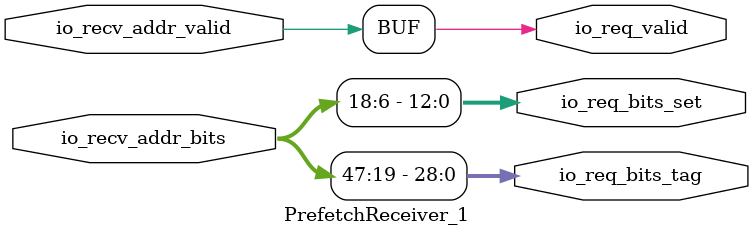
<source format=sv>
`ifndef RANDOMIZE
  `ifdef RANDOMIZE_MEM_INIT
    `define RANDOMIZE
  `endif // RANDOMIZE_MEM_INIT
`endif // not def RANDOMIZE
`ifndef RANDOMIZE
  `ifdef RANDOMIZE_REG_INIT
    `define RANDOMIZE
  `endif // RANDOMIZE_REG_INIT
`endif // not def RANDOMIZE

`ifndef RANDOM
  `define RANDOM $random
`endif // not def RANDOM

// Users can define INIT_RANDOM as general code that gets injected into the
// initializer block for modules with registers.
`ifndef INIT_RANDOM
  `define INIT_RANDOM
`endif // not def INIT_RANDOM

// If using random initialization, you can also define RANDOMIZE_DELAY to
// customize the delay used, otherwise 0.002 is used.
`ifndef RANDOMIZE_DELAY
  `define RANDOMIZE_DELAY 0.002
`endif // not def RANDOMIZE_DELAY

// Define INIT_RANDOM_PROLOG_ for use in our modules below.
`ifndef INIT_RANDOM_PROLOG_
  `ifdef RANDOMIZE
    `ifdef VERILATOR
      `define INIT_RANDOM_PROLOG_ `INIT_RANDOM
    `else  // VERILATOR
      `define INIT_RANDOM_PROLOG_ `INIT_RANDOM #`RANDOMIZE_DELAY begin end
    `endif // VERILATOR
  `else  // RANDOMIZE
    `define INIT_RANDOM_PROLOG_
  `endif // RANDOMIZE
`endif // not def INIT_RANDOM_PROLOG_

// Include register initializers in init blocks unless synthesis is set
`ifndef SYNTHESIS
  `ifndef ENABLE_INITIAL_REG_
    `define ENABLE_INITIAL_REG_
  `endif // not def ENABLE_INITIAL_REG_
`endif // not def SYNTHESIS

// Include rmemory initializers in init blocks unless synthesis is set
`ifndef SYNTHESIS
  `ifndef ENABLE_INITIAL_MEM_
    `define ENABLE_INITIAL_MEM_
  `endif // not def ENABLE_INITIAL_MEM_
`endif // not def SYNTHESIS

module PrefetchReceiver_1(
  output        io_req_valid,
  output [28:0] io_req_bits_tag,
  output [12:0] io_req_bits_set,
  input         io_recv_addr_valid,
  input  [63:0] io_recv_addr_bits
);

  assign io_req_valid = io_recv_addr_valid;
  assign io_req_bits_tag = io_recv_addr_bits[47:19];
  assign io_req_bits_set = io_recv_addr_bits[18:6];
endmodule


</source>
